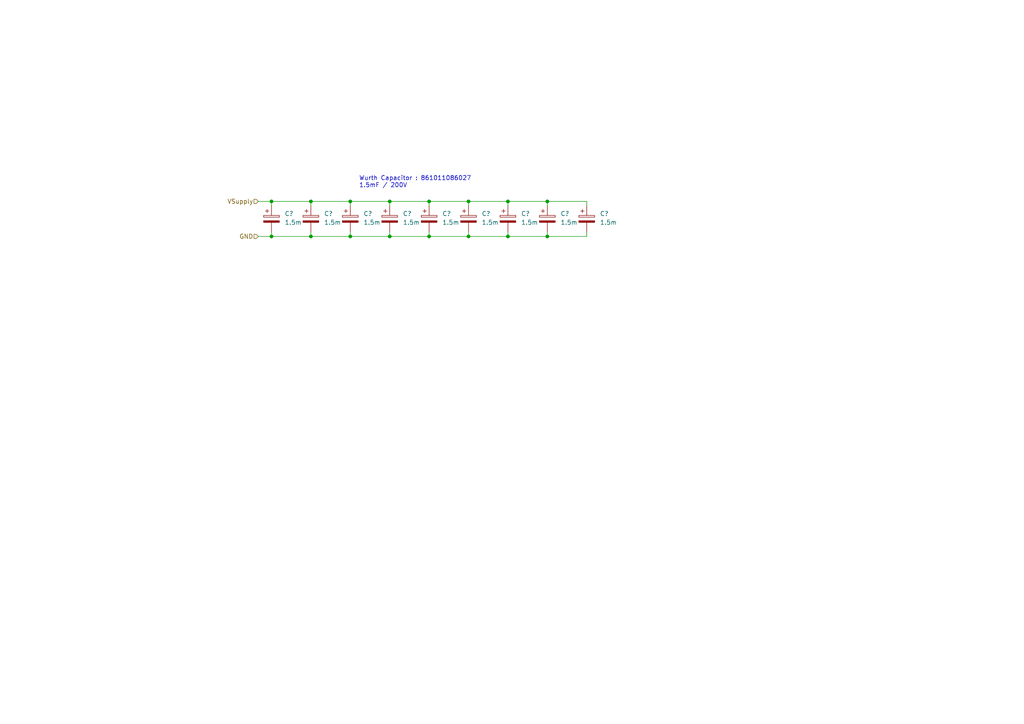
<source format=kicad_sch>
(kicad_sch (version 20230121) (generator eeschema)
  (paper "A4")
  (title_block (title "AAP Inverter") (date "2023-05-01") (company "ENSEA"))
  (lib_symbols
    (symbol "Device:C_Polarized" (pin_numbers hide) (pin_names (offset 0.254))
      (property "Reference" "C" (at 0.635 2.54 0))
      (property "Value" "C_Polarized" (at 0.635 -2.54 0))
      (symbol "C_Polarized_0_1"
        (rectangle (start -2.286 0.508) (end 2.286 1.016))
        (polyline (pts (xy -1.778 2.286) (xy -0.762 2.286)))
        (polyline (pts (xy -1.27 2.794) (xy -1.27 1.778)))
        (rectangle (start 2.286 -0.508) (end -2.286 -1.016) (fill (type outline)))
      )
      (symbol "C_Polarized_1_1"
        (pin passive line (at 0 3.81 270) (length 2.794) (name "~") (number "1"))
        (pin passive line (at 0 -3.81 90) (length 2.794) (name "~") (number "2"))
      )
    )
  )
  (junction (at 90.17 58.42))
  (junction (at 113.03 58.42))
  (junction (at 147.32 68.58))
  (junction (at 78.74 68.58))
  (junction (at 101.6 58.42))
  (junction (at 124.46 58.42))
  (junction (at 158.75 68.58))
  (junction (at 135.89 58.42))
  (junction (at 147.32 58.42))
  (junction (at 113.03 68.58))
  (junction (at 90.17 68.58))
  (junction (at 101.6 68.58))
  (junction (at 78.74 58.42))
  (junction (at 124.46 68.58))
  (junction (at 158.75 58.42))
  (junction (at 135.89 68.58))
  (wire (pts (xy 147.32 58.42) (xy 158.75 58.42)))
  (wire (pts (xy 124.46 58.42) (xy 124.46 59.69)))
  (wire (pts (xy 113.03 68.58) (xy 124.46 68.58)))
  (wire (pts (xy 90.17 58.42) (xy 101.6 58.42)))
  (wire (pts (xy 90.17 68.58) (xy 101.6 68.58)))
  (wire (pts (xy 101.6 68.58) (xy 113.03 68.58)))
  (wire (pts (xy 158.75 58.42) (xy 158.75 59.69)))
  (wire (pts (xy 124.46 67.31) (xy 124.46 68.58)))
  (wire (pts (xy 147.32 68.58) (xy 158.75 68.58)))
  (wire (pts (xy 135.89 58.42) (xy 147.32 58.42)))
  (wire (pts (xy 113.03 58.42) (xy 124.46 58.42)))
  (wire (pts (xy 158.75 67.31) (xy 158.75 68.58)))
  (wire (pts (xy 147.32 58.42) (xy 147.32 59.69)))
  (wire (pts (xy 90.17 58.42) (xy 90.17 59.69)))
  (wire (pts (xy 101.6 58.42) (xy 113.03 58.42)))
  (wire (pts (xy 135.89 67.31) (xy 135.89 68.58)))
  (wire (pts (xy 158.75 58.42) (xy 170.18 58.42)))
  (wire (pts (xy 135.89 68.58) (xy 147.32 68.58)))
  (wire (pts (xy 113.03 67.31) (xy 113.03 68.58)))
  (wire (pts (xy 90.17 67.31) (xy 90.17 68.58)))
  (wire (pts (xy 74.93 58.42) (xy 78.74 58.42)))
  (wire (pts (xy 78.74 58.42) (xy 90.17 58.42)))
  (wire (pts (xy 170.18 59.69) (xy 170.18 58.42)))
  (wire (pts (xy 101.6 67.31) (xy 101.6 68.58)))
  (wire (pts (xy 78.74 68.58) (xy 90.17 68.58)))
  (wire (pts (xy 124.46 68.58) (xy 135.89 68.58)))
  (wire (pts (xy 124.46 58.42) (xy 135.89 58.42)))
  (wire (pts (xy 113.03 58.42) (xy 113.03 59.69)))
  (wire (pts (xy 74.93 68.58) (xy 78.74 68.58)))
  (wire (pts (xy 78.74 58.42) (xy 78.74 59.69)))
  (wire (pts (xy 147.32 67.31) (xy 147.32 68.58)))
  (wire (pts (xy 170.18 67.31) (xy 170.18 68.58)))
  (wire (pts (xy 135.89 59.69) (xy 135.89 58.42)))
  (wire (pts (xy 158.75 68.58) (xy 170.18 68.58)))
  (wire (pts (xy 78.74 67.31) (xy 78.74 68.58)))
  (wire (pts (xy 101.6 59.69) (xy 101.6 58.42)))
  (text "Wurth Capacitor : 861011086027\n1.5mF / 200V" (at 104.14 54.61 0) (effects (font (size 1.27 1.27)) (justify left bottom)))
  (hierarchical_label "VSupply" (shape input) (at 74.93 58.42 180))
  (hierarchical_label "GND" (shape input) (at 74.93 68.58 180))
  (symbol (lib_id "Device:C_Polarized") (at 90.17 63.5 0) (unit 1)
    (property "Reference" "C?" (at 93.98 61.976 0) (effects (justify left)))
    (property "Value" "1.5m" (at 93.98 64.516 0) (effects (justify left)))
    (property "Footprint" "Capacitor_THT:CP_Radial_D35.0mm_P10.00mm_SnapIn" (effects hide))
    (instances (project "Inverter_KiCAD" (path "" (reference "C?") (unit 1)) (path "" (reference "C1002") (unit 1))))
  )
  (symbol (lib_id "Device:C_Polarized") (at 135.89 63.5 0) (unit 1)
    (property "Reference" "C?" (at 139.7 61.976 0) (effects (justify left)))
    (property "Value" "1.5m" (at 139.7 64.516 0) (effects (justify left)))
    (property "Footprint" "Capacitor_THT:CP_Radial_D35.0mm_P10.00mm_SnapIn" (effects hide))
    (instances (project "Inverter_KiCAD" (path "" (reference "C?") (unit 1)) (path "" (reference "C1006") (unit 1))))
  )
  (symbol (lib_id "Device:C_Polarized") (at 170.18 63.5 0) (unit 1)
    (property "Reference" "C?" (at 173.99 61.976 0) (effects (justify left)))
    (property "Value" "1.5m" (at 173.99 64.516 0) (effects (justify left)))
    (property "Footprint" "Capacitor_THT:CP_Radial_D35.0mm_P10.00mm_SnapIn" (effects hide))
    (instances (project "Inverter_KiCAD" (path "" (reference "C?") (unit 1)) (path "" (reference "C1009") (unit 1))))
  )
  (symbol (lib_id "Device:C_Polarized") (at 78.74 63.5 0) (unit 1)
    (property "Reference" "C?" (at 82.55 61.976 0) (effects (justify left)))
    (property "Value" "1.5m" (at 82.55 64.516 0) (effects (justify left)))
    (property "Footprint" "Capacitor_THT:CP_Radial_D35.0mm_P10.00mm_SnapIn" (effects hide))
    (instances (project "Inverter_KiCAD" (path "" (reference "C?") (unit 1)) (path "" (reference "C1001") (unit 1))))
  )
  (symbol (lib_id "Device:C_Polarized") (at 101.6 63.5 0) (unit 1)
    (property "Reference" "C?" (at 105.41 61.976 0) (effects (justify left)))
    (property "Value" "1.5m" (at 105.41 64.516 0) (effects (justify left)))
    (property "Footprint" "Capacitor_THT:CP_Radial_D35.0mm_P10.00mm_SnapIn" (effects hide))
    (instances (project "Inverter_KiCAD" (path "" (reference "C?") (unit 1)) (path "" (reference "C1003") (unit 1))))
  )
  (symbol (lib_id "Device:C_Polarized") (at 147.32 63.5 0) (unit 1)
    (property "Reference" "C?" (at 151.13 61.976 0) (effects (justify left)))
    (property "Value" "1.5m" (at 151.13 64.516 0) (effects (justify left)))
    (property "Footprint" "Capacitor_THT:CP_Radial_D35.0mm_P10.00mm_SnapIn" (effects hide))
    (instances (project "Inverter_KiCAD" (path "" (reference "C?") (unit 1)) (path "" (reference "C1007") (unit 1))))
  )
  (symbol (lib_id "Device:C_Polarized") (at 158.75 63.5 0) (unit 1)
    (property "Reference" "C?" (at 162.56 61.976 0) (effects (justify left)))
    (property "Value" "1.5m" (at 162.56 64.516 0) (effects (justify left)))
    (property "Footprint" "Capacitor_THT:CP_Radial_D35.0mm_P10.00mm_SnapIn" (effects hide))
    (instances (project "Inverter_KiCAD" (path "" (reference "C?") (unit 1)) (path "" (reference "C1008") (unit 1))))
  )
  (symbol (lib_id "Device:C_Polarized") (at 124.46 63.5 0) (unit 1)
    (property "Reference" "C?" (at 128.27 61.976 0) (effects (justify left)))
    (property "Value" "1.5m" (at 128.27 64.516 0) (effects (justify left)))
    (property "Footprint" "Capacitor_THT:CP_Radial_D35.0mm_P10.00mm_SnapIn" (effects hide))
    (instances (project "Inverter_KiCAD" (path "" (reference "C?") (unit 1)) (path "" (reference "C1005") (unit 1))))
  )
  (symbol (lib_id "Device:C_Polarized") (at 113.03 63.5 0) (unit 1)
    (property "Reference" "C?" (at 116.84 61.976 0) (effects (justify left)))
    (property "Value" "1.5m" (at 116.84 64.516 0) (effects (justify left)))
    (property "Footprint" "Capacitor_THT:CP_Radial_D35.0mm_P10.00mm_SnapIn" (effects hide))
    (instances (project "Inverter_KiCAD" (path "" (reference "C?") (unit 1)) (path "" (reference "C1004") (unit 1))))
  )
)
</source>
